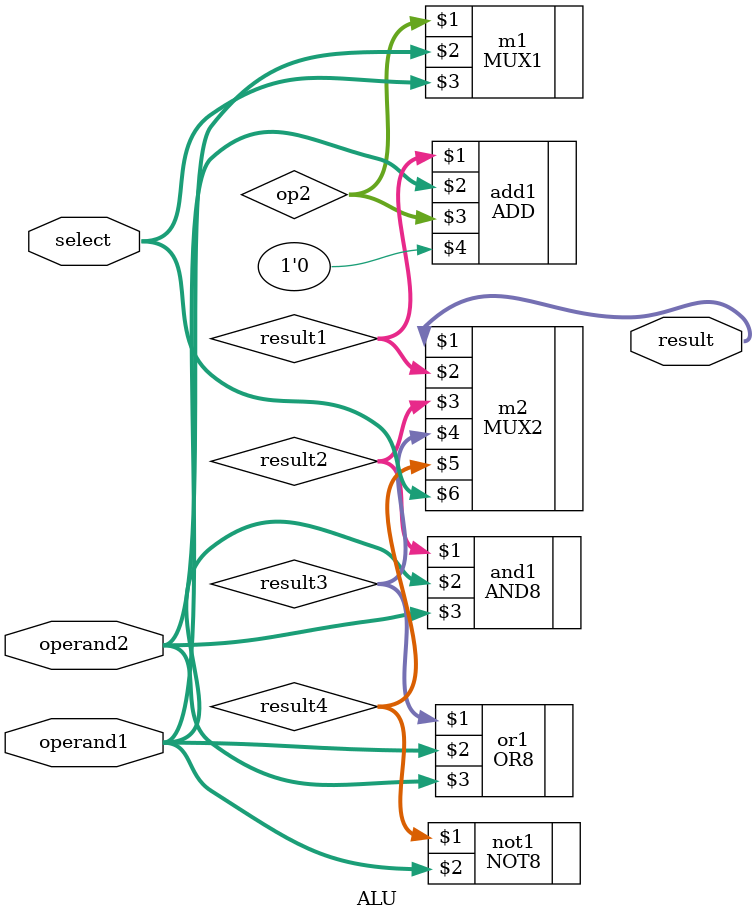
<source format=v>
`timescale 1ns/1ns

`include "ADD.v"      //including all the modules that are required for the following module.
`include "TC.v"
`include "AND8.v"
`include "OR8.v"
`include "A18.v"
`include "MUX1.v"
`include "MUX2.v"

module ALU(output [7:0] result, input [7:0] operand1, operand2, select);  //This module is ALU. We perform operations in this module.

    wire[7:0] result1, result2, result3, result4, op2;

    MUX1 m1(op2, operand2, select);              // This is MUX1, used to select op2(the second operand for ADD) among four possibilities.

    ADD add1(result1, operand1, op2, 1'b0);     //Adding operand1 and op2 (output from MUX1).
    AND8 and1(result2, operand1, operand2);     //AND of operand1 and operand2 
    OR8 or1(result3, operand1, operand2);       //OR of operand1 and operand2  
    NOT8 not1(result4, operand1);               //NOT of operand1

    MUX2 m2(result, result1, result2, result3, result4, select); // This is MUX2, used to select the result among the four possible results shown above.

endmodule
</source>
